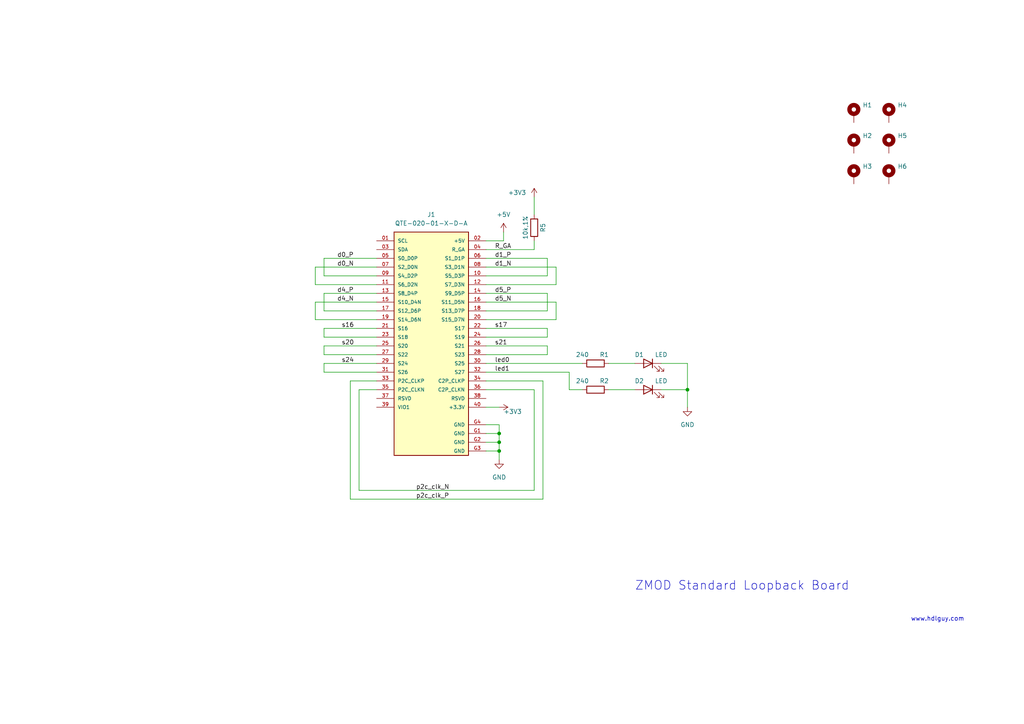
<source format=kicad_sch>
(kicad_sch (version 20211123) (generator eeschema)
  (paper "A4")
  (lib_symbols
    (symbol "Device:LED" (pin_numbers hide) (pin_names (offset 1.016) hide)
      (property "Reference" "D" (at 0 2.54 0))
      (property "Value" "LED" (at 0 -2.54 0))
      (symbol "LED_0_1"
        (polyline (pts (xy -1.27 -1.27) (xy -1.27 1.27)) (stroke (width 0.254)))
        (polyline (pts (xy -1.27 0) (xy 1.27 0)))
        (polyline (pts (xy 1.27 -1.27) (xy 1.27 1.27) (xy -1.27 0) (xy 1.27 -1.27)) (stroke (width 0.254)))
        (polyline (pts (xy -3.048 -0.762) (xy -4.572 -2.286) (xy -3.81 -2.286) (xy -4.572 -2.286) (xy -4.572 -1.524)))
        (polyline (pts (xy -1.778 -0.762) (xy -3.302 -2.286) (xy -2.54 -2.286) (xy -3.302 -2.286) (xy -3.302 -1.524)))
      )
      (symbol "LED_1_1"
        (pin passive line (at -3.81 0 0) (length 2.54) (name "K") (number "1"))
        (pin passive line (at 3.81 0 180) (length 2.54) (name "A") (number "2"))
      )
    )
    (symbol "Device:R" (pin_numbers hide) (pin_names (offset 0))
      (property "Reference" "R" (at 2.032 0 90))
      (property "Value" "R" (at 0 0 90))
      (symbol "R_0_1"
        (rectangle (start -1.016 -2.54) (end 1.016 2.54) (stroke (width 0.254)))
      )
      (symbol "R_1_1"
        (pin passive line (at 0 3.81 270) (length 1.27) (name "~") (number "1"))
        (pin passive line (at 0 -3.81 90) (length 1.27) (name "~") (number "2"))
      )
    )
    (symbol "Mechanical:MountingHole_Pad" (pin_numbers hide) (pin_names (offset 1.016) hide)
      (property "Reference" "H" (at 0 6.35 0))
      (property "Value" "MountingHole_Pad" (at 0 4.445 0))
      (symbol "MountingHole_Pad_0_1"
        (circle (center 0 1.27) (radius 1.27) (stroke (width 1.27)))
      )
      (symbol "MountingHole_Pad_1_1"
        (pin input line (at 0 -2.54 90) (length 2.54) (name "1") (number "1"))
      )
    )
    (symbol "pedrolib:QTE-020-01-X-D-A" (pin_names (offset 1.016))
      (property "Reference" "J1" (at -3.175 33.02 0))
      (property "Value" "QTE-020-01-X-D-A" (at -3.175 30.48 0))
      (symbol "QTE-020-01-X-D-A_0_0"
        (rectangle (start -13.97 27.94) (end 7.62 -36.83) (stroke (width 0.254)) (fill (type background)))
        (pin passive line (at -19.05 25.4 0) (length 5.08) (name "SCL") (number "01"))
        (pin passive line (at 12.7 25.4 180) (length 5.08) (name "+5V") (number "02"))
        (pin passive line (at -19.05 22.86 0) (length 5.08) (name "SDA") (number "03"))
        (pin passive line (at 12.7 22.86 180) (length 5.08) (name "R_GA") (number "04"))
        (pin passive line (at -19.05 20.32 0) (length 5.08) (name "S0_D0P") (number "05"))
        (pin passive line (at 12.7 20.32 180) (length 5.08) (name "S1_D1P") (number "06"))
        (pin passive line (at -19.05 17.78 0) (length 5.08) (name "S2_D0N") (number "07"))
        (pin passive line (at 12.7 17.78 180) (length 5.08) (name "S3_D1N") (number "08"))
        (pin passive line (at -19.05 15.24 0) (length 5.08) (name "S4_D2P") (number "09"))
        (pin passive line (at 12.7 15.24 180) (length 5.08) (name "S5_D3P") (number "10"))
        (pin passive line (at -19.05 12.7 0) (length 5.08) (name "S6_D2N") (number "11"))
        (pin passive line (at 12.7 12.7 180) (length 5.08) (name "S7_D3N") (number "12"))
        (pin passive line (at -19.05 10.16 0) (length 5.08) (name "S8_D4P") (number "13"))
        (pin passive line (at 12.7 10.16 180) (length 5.08) (name "S9_D5P") (number "14"))
        (pin passive line (at -19.05 7.62 0) (length 5.08) (name "S10_D4N") (number "15"))
        (pin passive line (at 12.7 7.62 180) (length 5.08) (name "S11_D5N") (number "16"))
        (pin passive line (at -19.05 5.08 0) (length 5.08) (name "S12_D6P") (number "17"))
        (pin passive line (at 12.7 5.08 180) (length 5.08) (name "S13_D7P") (number "18"))
        (pin passive line (at -19.05 2.54 0) (length 5.08) (name "S14_D6N") (number "19"))
        (pin passive line (at 12.7 2.54 180) (length 5.08) (name "S15_D7N") (number "20"))
        (pin passive line (at -19.05 0 0) (length 5.08) (name "S16") (number "21"))
        (pin passive line (at 12.7 0 180) (length 5.08) (name "S17") (number "22"))
        (pin passive line (at -19.05 -2.54 0) (length 5.08) (name "S18") (number "23"))
        (pin passive line (at 12.7 -2.54 180) (length 5.08) (name "S19") (number "24"))
        (pin passive line (at -19.05 -5.08 0) (length 5.08) (name "S20") (number "25"))
        (pin passive line (at 12.7 -5.08 180) (length 5.08) (name "S21") (number "26"))
        (pin passive line (at -19.05 -7.62 0) (length 5.08) (name "S22") (number "27"))
        (pin passive line (at 12.7 -7.62 180) (length 5.08) (name "S23") (number "28"))
        (pin passive line (at -19.05 -10.16 0) (length 5.08) (name "S24") (number "29"))
        (pin passive line (at 12.7 -10.16 180) (length 5.08) (name "S25") (number "30"))
        (pin passive line (at -19.05 -12.7 0) (length 5.08) (name "S26") (number "31"))
        (pin passive line (at 12.7 -12.7 180) (length 5.08) (name "S27") (number "32"))
        (pin passive line (at -19.05 -15.24 0) (length 5.08) (name "P2C_CLKP") (number "33"))
        (pin passive line (at 12.7 -15.24 180) (length 5.08) (name "C2P_CLKP") (number "34"))
        (pin passive line (at -19.05 -17.78 0) (length 5.08) (name "P2C_CLKN") (number "35"))
        (pin passive line (at 12.7 -17.78 180) (length 5.08) (name "C2P_CLKN") (number "36"))
        (pin passive line (at -19.05 -20.32 0) (length 5.08) (name "RSVD") (number "37"))
        (pin passive line (at 12.7 -20.32 180) (length 5.08) (name "RSVD") (number "38"))
        (pin passive line (at -19.05 -22.86 0) (length 5.08) (name "VIO1") (number "39"))
        (pin passive line (at 12.7 -22.86 180) (length 5.08) (name "+3.3V") (number "40"))
        (pin power_in line (at 12.7 -30.48 180) (length 5.08) (name "GND") (number "G1"))
        (pin power_in line (at 12.7 -33.02 180) (length 5.08) (name "GND") (number "G2"))
        (pin power_in line (at 12.7 -35.56 180) (length 5.08) (name "GND") (number "G3"))
        (pin power_in line (at 12.7 -27.94 180) (length 5.08) (name "GND") (number "G4"))
      )
    )
    (symbol "power:+3V3" (power) (pin_names (offset 0))
      (property "Value" "+3V3" (at 0 3.556 0))
      (symbol "+3V3_0_1"
        (polyline (pts (xy -0.762 1.27) (xy 0 2.54)))
        (polyline (pts (xy 0 0) (xy 0 2.54)))
        (polyline (pts (xy 0 2.54) (xy 0.762 1.27)))
      )
      (symbol "+3V3_1_1"
        (pin power_in line (at 0 0 90) (length 0) hide (name "+3V3") (number "1"))
      )
    )
    (symbol "power:+5V" (power) (pin_names (offset 0))
      (property "Value" "+5V" (at 0 3.556 0))
      (symbol "+5V_0_1"
        (polyline (pts (xy -0.762 1.27) (xy 0 2.54)))
        (polyline (pts (xy 0 0) (xy 0 2.54)))
        (polyline (pts (xy 0 2.54) (xy 0.762 1.27)))
      )
      (symbol "+5V_1_1"
        (pin power_in line (at 0 0 90) (length 0) hide (name "+5V") (number "1"))
      )
    )
    (symbol "power:GND" (power) (pin_names (offset 0))
      (property "Value" "GND" (at 0 -3.81 0))
      (symbol "GND_0_1"
        (polyline (pts (xy 0 0) (xy 0 -1.27) (xy 1.27 -1.27) (xy 0 -2.54) (xy -1.27 -1.27) (xy 0 -1.27)))
      )
      (symbol "GND_1_1"
        (pin power_in line (at 0 0 270) (length 0) hide (name "GND") (number "1"))
      )
    )
  )
  (junction (at 144.78 128.27))
  (junction (at 144.78 130.81))
  (junction (at 144.78 125.73))
  (junction (at 199.39 113.03))
  (wire (pts (xy 93.98 95.25) (xy 109.22 95.25)))
  (wire (pts (xy 165.1 107.95) (xy 165.1 113.03)))
  (wire (pts (xy 140.97 95.25) (xy 158.75 95.25)))
  (wire (pts (xy 199.39 113.03) (xy 199.39 105.41)))
  (wire (pts (xy 140.97 97.79) (xy 158.75 97.79)))
  (wire (pts (xy 104.14 113.03) (xy 109.22 113.03)))
  (wire (pts (xy 93.98 97.79) (xy 109.22 97.79)))
  (wire (pts (xy 140.97 102.87) (xy 158.75 102.87)))
  (wire (pts (xy 154.94 69.85) (xy 154.94 72.39)))
  (wire (pts (xy 140.97 125.73) (xy 144.78 125.73)))
  (wire (pts (xy 140.97 82.55) (xy 161.29 82.55)))
  (wire (pts (xy 140.97 87.63) (xy 161.29 87.63)))
  (wire (pts (xy 140.97 90.17) (xy 158.75 90.17)))
  (wire (pts (xy 93.98 100.33) (xy 93.98 102.87)))
  (wire (pts (xy 93.98 74.93) (xy 109.22 74.93)))
  (wire (pts (xy 93.98 100.33) (xy 109.22 100.33)))
  (wire (pts (xy 104.14 142.24) (xy 104.14 113.03)))
  (wire (pts (xy 176.53 113.03) (xy 184.15 113.03)))
  (wire (pts (xy 140.97 105.41) (xy 168.91 105.41)))
  (wire (pts (xy 157.48 110.49) (xy 140.97 110.49)))
  (wire (pts (xy 109.22 110.49) (xy 101.6 110.49)))
  (wire (pts (xy 93.98 85.09) (xy 93.98 90.17)))
  (wire (pts (xy 144.78 128.27) (xy 144.78 125.73)))
  (wire (pts (xy 93.98 95.25) (xy 93.98 97.79)))
  (wire (pts (xy 144.78 123.19) (xy 140.97 123.19)))
  (wire (pts (xy 144.78 130.81) (xy 144.78 128.27)))
  (wire (pts (xy 140.97 128.27) (xy 144.78 128.27)))
  (wire (pts (xy 191.77 113.03) (xy 199.39 113.03)))
  (wire (pts (xy 93.98 102.87) (xy 109.22 102.87)))
  (wire (pts (xy 158.75 74.93) (xy 158.75 80.01)))
  (wire (pts (xy 93.98 74.93) (xy 93.98 80.01)))
  (wire (pts (xy 140.97 130.81) (xy 144.78 130.81)))
  (wire (pts (xy 140.97 100.33) (xy 158.75 100.33)))
  (wire (pts (xy 93.98 85.09) (xy 109.22 85.09)))
  (wire (pts (xy 91.44 87.63) (xy 91.44 92.71)))
  (wire (pts (xy 157.48 144.78) (xy 157.48 110.49)))
  (wire (pts (xy 93.98 105.41) (xy 93.98 107.95)))
  (wire (pts (xy 176.53 105.41) (xy 184.15 105.41)))
  (wire (pts (xy 154.94 113.03) (xy 154.94 142.24)))
  (wire (pts (xy 140.97 92.71) (xy 161.29 92.71)))
  (wire (pts (xy 165.1 113.03) (xy 168.91 113.03)))
  (wire (pts (xy 158.75 95.25) (xy 158.75 97.79)))
  (wire (pts (xy 154.94 57.15) (xy 154.94 62.23)))
  (wire (pts (xy 140.97 107.95) (xy 165.1 107.95)))
  (wire (pts (xy 154.94 142.24) (xy 104.14 142.24)))
  (wire (pts (xy 101.6 110.49) (xy 101.6 144.78)))
  (wire (pts (xy 91.44 92.71) (xy 109.22 92.71)))
  (wire (pts (xy 158.75 85.09) (xy 158.75 90.17)))
  (wire (pts (xy 91.44 87.63) (xy 109.22 87.63)))
  (wire (pts (xy 93.98 107.95) (xy 109.22 107.95)))
  (wire (pts (xy 101.6 144.78) (xy 157.48 144.78)))
  (wire (pts (xy 93.98 105.41) (xy 109.22 105.41)))
  (wire (pts (xy 93.98 80.01) (xy 109.22 80.01)))
  (wire (pts (xy 140.97 113.03) (xy 154.94 113.03)))
  (wire (pts (xy 158.75 100.33) (xy 158.75 102.87)))
  (wire (pts (xy 199.39 105.41) (xy 191.77 105.41)))
  (wire (pts (xy 146.05 69.85) (xy 146.05 67.31)))
  (wire (pts (xy 161.29 77.47) (xy 161.29 82.55)))
  (wire (pts (xy 144.78 125.73) (xy 144.78 123.19)))
  (wire (pts (xy 144.78 133.35) (xy 144.78 130.81)))
  (wire (pts (xy 140.97 77.47) (xy 161.29 77.47)))
  (wire (pts (xy 93.98 90.17) (xy 109.22 90.17)))
  (wire (pts (xy 161.29 87.63) (xy 161.29 92.71)))
  (wire (pts (xy 140.97 80.01) (xy 158.75 80.01)))
  (wire (pts (xy 91.44 77.47) (xy 109.22 77.47)))
  (wire (pts (xy 140.97 85.09) (xy 158.75 85.09)))
  (wire (pts (xy 91.44 77.47) (xy 91.44 82.55)))
  (wire (pts (xy 140.97 74.93) (xy 158.75 74.93)))
  (wire (pts (xy 199.39 118.11) (xy 199.39 113.03)))
  (wire (pts (xy 91.44 82.55) (xy 109.22 82.55)))
  (wire (pts (xy 140.97 118.11) (xy 144.78 118.11)))
  (wire (pts (xy 140.97 72.39) (xy 154.94 72.39)))
  (wire (pts (xy 140.97 69.85) (xy 146.05 69.85)))
  (text "www.hdlguy.com" (at 264.16 180.34 0) (effects (font (size 1.27 1.27)) (justify left bottom)))
  (text "ZMOD Standard Loopback Board" (at 184.15 171.45 0) (effects (font (size 2.54 2.54)) (justify left bottom)))
  (label "s24" (at 99.06 105.41 0))
  (label "d5_N" (at 143.51 87.63 0))
  (label "s21" (at 143.51 100.33 0))
  (label "R_GA" (at 143.51 72.39 0))
  (label "led1" (at 143.51 107.95 0))
  (label "p2c_clk_P" (at 120.65 144.78 0))
  (label "d5_P" (at 143.51 85.09 0))
  (label "led0" (at 143.51 105.41 0))
  (label "p2c_clk_N" (at 120.65 142.24 0))
  (label "s17" (at 143.51 95.25 0))
  (label "s16" (at 99.06 95.25 0))
  (label "d0_P" (at 97.79 74.93 0))
  (label "d4_N" (at 97.79 87.63 0))
  (label "d0_N" (at 97.79 77.47 0))
  (label "d4_P" (at 97.79 85.09 0))
  (label "d1_P" (at 143.51 74.93 0))
  (label "s20" (at 99.06 100.33 0))
  (label "d1_N" (at 143.51 77.47 0))
  (symbol (lib_id "Device:R") (at 172.72 113.03 270) (unit 1)
    (property "Reference" "R2" (at 175.26 110.49 90))
    (property "Value" "240" (at 168.91 110.49 90))
    (property "Footprint" "Resistor_SMD:R_0603_1608Metric" (effects hide))
  )
  (symbol (lib_id "power:GND") (at 199.39 118.11 0) (unit 1)
    (property "Reference" "#PWR01" (effects hide))
    (property "Value" "GND" (at 199.39 123.19 0))
  )
  (symbol (lib_id "Mechanical:MountingHole_Pad") (at 257.81 41.91 0) (unit 1)
    (property "Reference" "H5" (at 260.35 39.3699 0) (effects (justify left)))
    (property "Value" "MountingHole_Pad" (effects hide))
    (property "Footprint" "MountingHole:MountingHole_3.2mm_M3_DIN965_Pad_TopBottom" (effects hide))
  )
  (symbol (lib_id "Mechanical:MountingHole_Pad") (at 247.65 33.02 0) (unit 1)
    (property "Reference" "H1" (at 250.19 30.4799 0) (effects (justify left)))
    (property "Value" "MountingHole_Pad" (effects hide))
    (property "Footprint" "MountingHole:MountingHole_3.2mm_M3_DIN965_Pad_TopBottom" (effects hide))
  )
  (symbol (lib_id "power:+3V3") (at 154.94 57.15 0) (unit 1)
    (property "Reference" "#PWR03" (effects hide))
    (property "Value" "+3V3" (at 147.32 55.88 0) (effects (justify left)))
  )
  (symbol (lib_id "power:+3V3") (at 144.78 118.11 270) (unit 1)
    (property "Reference" "#PWR0102" (effects hide))
    (property "Value" "+3V3" (at 146.05 119.38 90) (effects (justify left)))
  )
  (symbol (lib_id "Mechanical:MountingHole_Pad") (at 257.81 33.02 0) (unit 1)
    (property "Reference" "H4" (at 260.35 30.4799 0) (effects (justify left)))
    (property "Value" "MountingHole_Pad" (effects hide))
    (property "Footprint" "MountingHole:MountingHole_3.2mm_M3_DIN965_Pad_TopBottom" (effects hide))
  )
  (symbol (lib_id "Device:LED") (at 187.96 105.41 0) (mirror y) (unit 1)
    (property "Reference" "D1" (at 185.42 102.87 0))
    (property "Value" "LED" (at 191.77 102.87 0))
    (property "Footprint" "LED_SMD:LED_0603_1608Metric" (effects hide))
  )
  (symbol (lib_id "power:+5V") (at 146.05 67.31 0) (unit 1)
    (property "Reference" "#PWR02" (effects hide))
    (property "Value" "+5V" (at 146.05 62.23 0))
  )
  (symbol (lib_id "power:GND") (at 144.78 133.35 0) (unit 1)
    (property "Reference" "#PWR0101" (effects hide))
    (property "Value" "GND" (at 144.78 138.43 0))
  )
  (symbol (lib_id "Mechanical:MountingHole_Pad") (at 247.65 50.8 0) (unit 1)
    (property "Reference" "H3" (at 250.19 48.2599 0) (effects (justify left)))
    (property "Value" "MountingHole_Pad" (effects hide))
    (property "Footprint" "MountingHole:MountingHole_3.2mm_M3_DIN965_Pad_TopBottom" (effects hide))
  )
  (symbol (lib_id "Mechanical:MountingHole_Pad") (at 257.81 50.8 0) (unit 1)
    (property "Reference" "H6" (at 260.35 48.2599 0) (effects (justify left)))
    (property "Value" "MountingHole_Pad" (effects hide))
    (property "Footprint" "MountingHole:MountingHole_3.2mm_M3_DIN965_Pad_TopBottom" (effects hide))
  )
  (symbol (lib_id "Mechanical:MountingHole_Pad") (at 247.65 41.91 0) (unit 1)
    (property "Reference" "H2" (at 250.19 39.3699 0) (effects (justify left)))
    (property "Value" "MountingHole_Pad" (effects hide))
    (property "Footprint" "MountingHole:MountingHole_3.2mm_M3_DIN965_Pad_TopBottom" (effects hide))
  )
  (symbol (lib_id "pedrolib:QTE-020-01-X-D-A") (at 128.27 95.25 0) (unit 1)
    (property "Reference" "J1" (at 125.095 62.23 0))
    (property "Value" "QTE-020-01-X-D-A" (at 125.095 64.77 0))
    (property "Footprint" "pedrolib:SAMTEC_QTE-020-01-X-D-A" (effects hide))
    (property "STANDARD" "Manufacturer Recommendations" (effects hide))
    (property "MAXIMUM_PACKAGE_HEIGHT" "4.347 mm" (effects hide))
    (property "MANUFACTURER" "Samtec" (effects hide))
    (property "PARTREV" "K" (effects hide))
  )
  (symbol (lib_id "Device:LED") (at 187.96 113.03 0) (mirror y) (unit 1)
    (property "Reference" "D2" (at 185.42 110.49 0))
    (property "Value" "LED" (at 191.77 110.49 0))
    (property "Footprint" "LED_SMD:LED_0603_1608Metric" (effects hide))
  )
  (symbol (lib_id "Device:R") (at 154.94 66.04 0) (unit 1)
    (property "Reference" "R5" (at 157.48 66.04 90))
    (property "Value" "10k,1%" (at 152.4 66.04 90))
    (property "Footprint" "Resistor_SMD:R_0603_1608Metric" (effects hide))
  )
  (symbol (lib_id "Device:R") (at 172.72 105.41 270) (unit 1)
    (property "Reference" "R1" (at 175.26 102.87 90))
    (property "Value" "240" (at 168.91 102.87 90))
    (property "Footprint" "Resistor_SMD:R_0603_1608Metric" (effects hide))
  )
)
</source>
